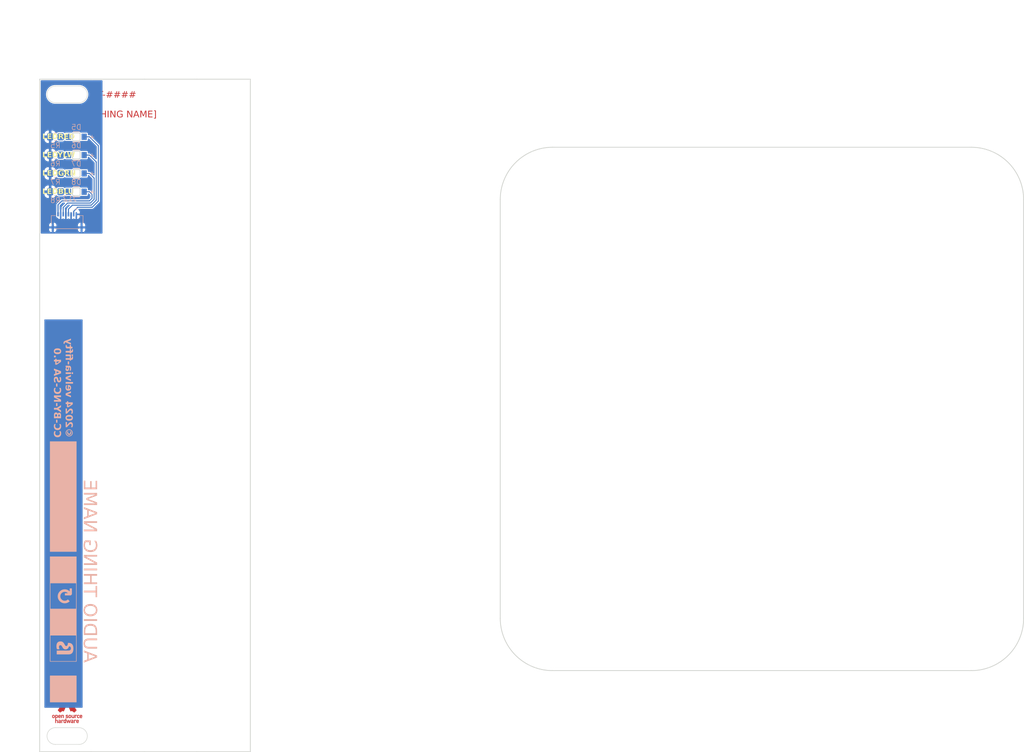
<source format=kicad_pcb>
(kicad_pcb (version 20240108) (generator "pcbnew") (generator_version "8.0")
  (layers (0 "F.Cu" signal) (1 "In1.Cu" signal) (2 "In2.Cu" signal) (31 "B.Cu" signal) (34 "B.Paste" user) (35 "F.Paste" user) (36 "B.SilkS" user "B.Silkscreen") (37 "F.SilkS" user "F.Silkscreen") (38 "B.Mask" user) (39 "F.Mask" user) (44 "Edge.Cuts" user))
  (net 0 "")
  (net 1 "GND")
  (net 2 "LED RED")
  (net 3 "Net-(D5-K)")
  (net 4 "Net-(D6-K)")
  (net 5 "LED YLW")
  (net 6 "LED GRN")
  (net 7 "Net-(D7-K)")
  (net 8 "LED BLU")
  (net 9 "Net-(D8-K)")
  (footprint "Symbol:OSHW-Logo_5.7x6mm_Copper" (layer "F.Cu") (at 73.0125 161.05)
    (property "Reference" "#SYM2" (hide yes))
    (property "Value" "OSHW-Logo_5.7x6mm_Copper" (hide yes))
  )
  (footprint "AT-Footprints:at-logo-cu" (layer "F.Cu") (at 72.7625 46.05)
    (property "Reference" "#SYM1" (hide yes))
    (property "Value" "" (hide yes))
  )
  (footprint "AT-Footprints:WL-SMRD_1205" (layer "F.Cu") (at 74.7625 62.55)
    (property "Reference" "D8")
    (property "Value" "LED (Blue)")
    (fp_line (start -0.75 0.5) (end -0.75 -0.5) (stroke (width 0.15)) (layer "Edge.Cuts"))
    (fp_line (start -0.5 -0.75) (end 0.5 -0.75) (stroke (width 0.15)) (layer "Edge.Cuts"))
    (fp_line (start 0.5 0.75) (end -0.5 0.75) (stroke (width 0.15)) (layer "Edge.Cuts"))
    (fp_line (start 0.75 -0.5) (end 0.75 0.5) (stroke (width 0.15)) (layer "Edge.Cuts"))
    (fp_arc (start -0.75 -0.5) (mid -0.676777 -0.676777) (end -0.5 -0.75) (stroke (width 0.15)) (layer "Edge.Cuts"))
    (fp_arc (start -0.5 0.75) (mid -0.676777 0.676777) (end -0.75 0.5) (stroke (width 0.15)) (layer "Edge.Cuts"))
    (fp_arc (start 0.5 -0.75) (mid 0.676777 -0.676777) (end 0.75 -0.5) (stroke (width 0.15)) (layer "Edge.Cuts"))
    (fp_arc (start 0.75 0.5) (mid 0.676777 0.676777) (end 0.5 0.75) (stroke (width 0.15)) (layer "Edge.Cuts"))
  )
  (footprint "AT-Footprints:WL-SMRD_1205" (layer "F.Cu") (at 74.7625 59.05)
    (property "Reference" "D7")
    (property "Value" "LED (Green)")
    (fp_line (start -0.75 0.5) (end -0.75 -0.5) (stroke (width 0.15)) (layer "Edge.Cuts"))
    (fp_line (start -0.5 -0.75) (end 0.5 -0.75) (stroke (width 0.15)) (layer "Edge.Cuts"))
    (fp_line (start 0.5 0.75) (end -0.5 0.75) (stroke (width 0.15)) (layer "Edge.Cuts"))
    (fp_line (start 0.75 -0.5) (end 0.75 0.5) (stroke (width 0.15)) (layer "Edge.Cuts"))
    (fp_arc (start -0.75 -0.5) (mid -0.676777 -0.676777) (end -0.5 -0.75) (stroke (width 0.15)) (layer "Edge.Cuts"))
    (fp_arc (start -0.5 0.75) (mid -0.676777 0.676777) (end -0.75 0.5) (stroke (width 0.15)) (layer "Edge.Cuts"))
    (fp_arc (start 0.5 -0.75) (mid 0.676777 -0.676777) (end 0.75 -0.5) (stroke (width 0.15)) (layer "Edge.Cuts"))
    (fp_arc (start 0.75 0.5) (mid 0.676777 0.676777) (end 0.5 0.75) (stroke (width 0.15)) (layer "Edge.Cuts"))
  )
  (footprint "AT-Footprints:WL-SMRD_1205" (layer "F.Cu") (at 74.7625 55.55)
    (property "Reference" "D6")
    (property "Value" "LED (Yellow)")
    (fp_line (start -0.75 0.5) (end -0.75 -0.5) (stroke (width 0.15)) (layer "Edge.Cuts"))
    (fp_line (start -0.5 -0.75) (end 0.5 -0.75) (stroke (width 0.15)) (layer "Edge.Cuts"))
    (fp_line (start 0.5 0.75) (end -0.5 0.75) (stroke (width 0.15)) (layer "Edge.Cuts"))
    (fp_line (start 0.75 -0.5) (end 0.75 0.5) (stroke (width 0.15)) (layer "Edge.Cuts"))
    (fp_arc (start -0.75 -0.5) (mid -0.676777 -0.676777) (end -0.5 -0.75) (stroke (width 0.15)) (layer "Edge.Cuts"))
    (fp_arc (start -0.5 0.75) (mid -0.676777 0.676777) (end -0.75 0.5) (stroke (width 0.15)) (layer "Edge.Cuts"))
    (fp_arc (start 0.5 -0.75) (mid 0.676777 -0.676777) (end 0.75 -0.5) (stroke (width 0.15)) (layer "Edge.Cuts"))
    (fp_arc (start 0.75 0.5) (mid 0.676777 0.676777) (end 0.5 0.75) (stroke (width 0.15)) (layer "Edge.Cuts"))
  )
  (footprint "AT-Footprints:WL-SMRD_1205" (layer "F.Cu") (at 74.7625 52.05)
    (property "Reference" "D5")
    (property "Value" "LED (Red)")
    (fp_line (start -0.75 0.5) (end -0.75 -0.5) (stroke (width 0.15)) (layer "Edge.Cuts"))
    (fp_line (start -0.5 -0.75) (end 0.5 -0.75) (stroke (width 0.15)) (layer "Edge.Cuts"))
    (fp_line (start 0.5 0.75) (end -0.5 0.75) (stroke (width 0.15)) (layer "Edge.Cuts"))
    (fp_line (start 0.75 -0.5) (end 0.75 0.5) (stroke (width 0.15)) (layer "Edge.Cuts"))
    (fp_arc (start -0.75 -0.5) (mid -0.676777 -0.676777) (end -0.5 -0.75) (stroke (width 0.15)) (layer "Edge.Cuts"))
    (fp_arc (start -0.5 0.75) (mid -0.676777 0.676777) (end -0.75 0.5) (stroke (width 0.15)) (layer "Edge.Cuts"))
    (fp_arc (start 0.5 -0.75) (mid 0.676777 -0.676777) (end 0.75 -0.5) (stroke (width 0.15)) (layer "Edge.Cuts"))
    (fp_arc (start 0.75 0.5) (mid 0.676777 0.676777) (end 0.5 0.75) (stroke (width 0.15)) (layer "Edge.Cuts"))
  )
  (footprint "Resistor_SMD:R_0805_2012Metric_Pad1.20x1.40mm_HandSolder" (layer "B.Cu") (at 70.7625 52.05)
    (property "Reference" "R5")
    (property "Value" "150R")
  )
  (footprint "AT-Footprints:AMPHENOL_F33B-1A7Q1-E8C08" (layer "B.Cu") (at 73.0125 68.6125 180)
    (property "Reference" "J12")
    (property "Value" "FRONT PANEL MAGIC")
  )
  (footprint "Resistor_SMD:R_0805_2012Metric_Pad1.20x1.40mm_HandSolder" (layer "B.Cu") (at 70.7625 55.55)
    (property "Reference" "R6")
    (property "Value" "150R")
  )
  (footprint "Resistor_SMD:R_0805_2012Metric_Pad1.20x1.40mm_HandSolder" (layer "B.Cu") (at 70.7625 59.05)
    (property "Reference" "R7")
    (property "Value" "150R")
  )
  (footprint "Resistor_SMD:R_0805_2012Metric_Pad1.20x1.40mm_HandSolder" (layer "B.Cu") (at 70.7625 62.55)
    (property "Reference" "R8")
    (property "Value" "100R")
  )
  (gr_rect (start 68.7625 87.05) (end 75.8625 161.05) (stroke (width 0.2)) (fill solid) (layer "B.Cu"))
  (gr_rect (start 69.7625 137.292288) (end 74.7625 142.292288) (stroke (width 0.1)) (fill none) (layer "B.SilkS"))
  (gr_rect (start 69.7625 155.05) (end 74.7625 160.05) (stroke (width 0.1)) (fill solid) (layer "B.SilkS"))
  (gr_rect (start 69.7625 147.292288) (end 74.7625 152.292288) (stroke (width 0.1)) (fill none) (layer "B.SilkS"))
  (gr_rect (start 69.7625 110.292288) (end 74.7625 131.292288) (stroke (width 0.1)) (fill solid) (layer "B.SilkS"))
  (gr_rect (start 69.7625 132.292288) (end 74.7625 137.292288) (stroke (width 0.1)) (fill solid) (layer "B.SilkS"))
  (gr_rect (start 69.7625 142.292288) (end 74.7625 147.292288) (stroke (width 0.1)) (fill solid) (layer "B.SilkS"))
  (gr_line (start 67.7625 41.05) (end 75.2625 41.05) (stroke (width 0.15)) (layer "Edge.Cuts"))
  (gr_line (start 108.0125 169.55) (end 108.0125 41.05) (stroke (width 0.15)) (layer "Edge.Cuts"))
  (gr_arc (start 155.7625 64.05) (mid 158.691432 56.978932) (end 165.7625 54.05) (stroke (width 0.15)) (layer "Edge.Cuts"))
  (gr_line (start 97.7625 169.55) (end 108.0125 169.55) (stroke (width 0.15)) (layer "Edge.Cuts"))
  (gr_line (start 97.7625 41.05) (end 108.0125 41.05) (stroke (width 0.15)) (layer "Edge.Cuts"))
  (gr_arc (start 75.2625 42.35) (mid 76.8625 43.95) (end 75.2625 45.55) (stroke (width 0.1)) (layer "Edge.Cuts"))
  (gr_arc (start 165.7625 154.05) (mid 158.691432 151.121068) (end 155.7625 144.05) (stroke (width 0.15)) (layer "Edge.Cuts"))
  (gr_line (start 77.5625 41.05) (end 87.7625 41.05) (stroke (width 0.15)) (layer "Edge.Cuts"))
  (gr_line (start 70.7625 164.95) (end 75.2625 164.95) (stroke (width 0.1)) (layer "Edge.Cuts"))
  (gr_line (start 75.2625 168.15) (end 70.7625 168.15) (stroke (width 0.1)) (layer "Edge.Cuts"))
  (gr_line (start 155.7625 64.05) (end 155.7625 144.05) (stroke (width 0.15)) (layer "Edge.Cuts"))
  (gr_line (start 77.5625 41.05) (end 75.2625 41.05) (stroke (width 0.15)) (layer "Edge.Cuts"))
  (gr_line (start 87.7625 41.05) (end 97.7625 41.05) (stroke (width 0.15)) (layer "Edge.Cuts"))
  (gr_line (start 77.5625 169.55) (end 87.7625 169.55) (stroke (width 0.15)) (layer "Edge.Cuts"))
  (gr_line (start 75.2625 42.35) (end 70.7625 42.35) (stroke (width 0.1)) (layer "Edge.Cuts"))
  (gr_arc (start 70.7625 168.15) (mid 69.1625 166.55) (end 70.7625 164.95) (stroke (width 0.1)) (layer "Edge.Cuts"))
  (gr_arc (start 245.7625 54.05) (mid 252.833568 56.978932) (end 255.7625 64.05) (stroke (width 0.15)) (layer "Edge.Cuts"))
  (gr_line (start 67.7625 169.55) (end 75.2625 169.55) (stroke (width 0.15)) (layer "Edge.Cuts"))
  (gr_line (start 67.7625 169.55) (end 67.7625 41.05) (stroke (width 0.15)) (layer "Edge.Cuts"))
  (gr_line (start 255.7625 144.05) (end 255.7625 64.05) (stroke (width 0.15)) (layer "Edge.Cuts"))
  (gr_arc (start 75.2625 164.95) (mid 76.8625 166.55) (end 75.2625 168.15) (stroke (width 0.1)) (layer "Edge.Cuts"))
  (gr_arc (start 70.7625 45.55) (mid 69.1625 43.95) (end 70.7625 42.35) (stroke (width 0.1)) (layer "Edge.Cuts"))
  (gr_line (start 165.7625 154.05) (end 245.7625 154.05) (stroke (width 0.15)) (layer "Edge.Cuts"))
  (gr_arc (start 255.7625 144.05) (mid 252.833568 151.121068) (end 245.7625 154.05) (stroke (width 0.15)) (layer "Edge.Cuts"))
  (gr_line (start 77.5625 169.55) (end 75.2625 169.55) (stroke (width 0.15)) (layer "Edge.Cuts"))
  (gr_line (start 87.7625 169.55) (end 97.7625 169.55) (stroke (width 0.15)) (layer "Edge.Cuts"))
  (gr_line (start 70.7625 45.55) (end 75.2625 45.55) (stroke (width 0.1)) (layer "Edge.Cuts"))
  (gr_line (start 245.7625 54.05) (end 165.7625 54.05) (stroke (width 0.15)) (layer "Edge.Cuts"))
  (gr_text "[THING NAME]" (at 77.5125 48.55 0) (layer "F.Cu") (effects (font (size 1.25 1.25)) (justify left bottom)))
  (gr_text "AT-####" (at 77.7625 44.8 0) (layer "F.Cu") (effects (font (size 1.25 1.25)) (justify left bottom)))
  (gr_text "©2024 velvia-fifty\nCC-BY-NC-SA 4.0" (at 70.2625 109.55 270) (layer "B.SilkS") (effects (font (size 1.33 1.33) (thickness 0.25) (bold yes)) (justify left bottom mirror)))
  (gr_text "AUDIO THING NAME" (at 75.7625 152.55 270) (layer "B.SilkS") (effects (font (size 2.5 2.5) (thickness 0.1)) (justify left bottom mirror)))
  (gr_text "↺" (at 72.2625 139.792288 -90) (layer "B.SilkS") (effects (font (size 3 3) (thickness 0.3) (bold yes)) (justify mirror)))
  (gr_text "ß" (at 72.2625 149.792288 -90) (layer "B.SilkS") (effects (font (size 3 3) (thickness 0.3) (bold yes)) (justify mirror)))
  (gr_text "LEDRED" (at 68.2625 52.05 0) (layer "F.SilkS") (effects (font (size 1 1) (thickness 0.25) (bold yes)) (justify left)))
  (gr_text "LEDBLU" (at 68.2625 62.55 0) (layer "F.SilkS") (effects (font (size 1 1) (thickness 0.25) (bold yes)) (justify left)))
  (gr_text "LEDGRN" (at 68.2625 59.05 0) (layer "F.SilkS") (effects (font (size 1 1) (thickness 0.25) (bold yes)) (justify left)))
  (gr_text "LEDYLW" (at 68.2625 55.55 0) (layer "F.SilkS") (effects (font (size 1 1) (thickness 0.25) (bold yes)) (justify left)))
  (segment (start 77.7902 65.5223) (end 78.9721 64.3404) (width 0.2032) (layer "B.Cu") (net 2))
  (segment (start 78.9721 53.7596) (end 77.2625 52.05) (width 0.2032) (layer "B.Cu") (net 2))
  (segment (start 77.2625 52.05) (end 76.2625 52.05) (width 0.2032) (layer "B.Cu") (net 2))
  (segment (start 74.2625 66.8625) (end 74.2625 66.28615) (width 0.2032) (layer "B.Cu") (net 2))
  (segment (start 78.9721 64.3404) (end 78.9721 53.7596) (width 0.2032) (layer "B.Cu") (net 2))
  (segment (start 75.02635 65.5223) (end 77.7902 65.5223) (width 0.2032) (layer "B.Cu") (net 2))
  (segment (start 74.2625 66.28615) (end 75.02635 65.5223) (width 0.2032) (layer "B.Cu") (net 2))
  (segment (start 73.2625 52.05) (end 71.7625 52.05) (width 0.6096) (layer "B.Cu") (net 3))
  (segment (start 73.2625 55.55) (end 71.7625 55.55) (width 0.6096) (layer "B.Cu") (net 4))
  (segment (start 76.2625 55.55) (end 77.2625 55.55) (width 0.2032) (layer "B.Cu") (net 5))
  (segment (start 74.0125 65.1191) (end 73.2625 65.8691) (width 0.2032) (layer "B.Cu") (net 5))
  (segment (start 78.5689 64.151982) (end 77.601782 65.1191) (width 0.2032) (layer "B.Cu") (net 5))
  (segment (start 78.5689 56.8564) (end 78.5689 64.151982) (width 0.2032) (layer "B.Cu") (net 5))
  (segment (start 73.2625 65.8691) (end 73.2625 66.8625) (width 0.2032) (layer "B.Cu") (net 5))
  (segment (start 77.2625 55.55) (end 78.5689 56.8564) (width 0.2032) (layer "B.Cu") (net 5))
  (segment (start 77.601782 65.1191) (end 74.0125 65.1191) (width 0.2032) (layer "B.Cu") (net 5))
  (segment (start 76.2625 59.05) (end 77.2625 59.05) (width 0.2032) (layer "B.Cu") (net 6))
  (segment (start 78.1657 63.984971) (end 77.434771 64.7159) (width 0.2032) (layer "B.Cu") (net 6))
  (segment (start 78.1657 59.9532) (end 78.1657 63.984971) (width 0.2032) (layer "B.Cu") (net 6))
  (segment (start 72.2625 65.55) (end 72.2625 66.8625) (width 0.2032) (layer "B.Cu") (net 6))
  (segment (start 77.2625 59.05) (end 78.1657 59.9532) (width 0.2032) (layer "B.Cu") (net 6))
  (segment (start 73.0966 64.7159) (end 72.2625 65.55) (width 0.2032) (layer "B.Cu") (net 6))
  (segment (start 77.434771 64.7159) (end 73.0966 64.7159) (width 0.2032) (layer "B.Cu") (net 6))
  (segment (start 73.2625 59.05) (end 71.7625 59.05) (width 0.6096) (layer "B.Cu") (net 7))
  (segment (start 77.2625 64.3) (end 72.0125 64.3) (width 0.2286) (layer "B.Cu") (net 8))
  (segment (start 72.0125 64.3) (end 71.2625 65.05) (width 0.2286) (layer "B.Cu") (net 8))
  (segment (start 77.7625 63.8) (end 77.2625 64.3) (width 0.2032) (layer "B.Cu") (net 8))
  (segment (start 76.2625 62.55) (end 77.2625 62.55) (width 0.2032) (layer "B.Cu") (net 8))
  (segment (start 77.2625 62.55) (end 77.7625 63.05) (width 0.2032) (layer "B.Cu") (net 8))
  (segment (start 77.7625 63.05) (end 77.7625 63.8) (width 0.2032) (layer "B.Cu") (net 8))
  (segment (start 71.2625 65.05) (end 71.2625 66.8625) (width 0.2286) (layer "B.Cu") (net 8))
  (segment (start 73.2625 62.55) (end 71.7625 62.55) (width 0.6096) (layer "B.Cu") (net 9))
  (zone (net 1) (net_name "GND") (layer "B.Cu") (priority 2) (connect_pads (clearance 0)) (min_thickness 0.25) (fill yes (thermal_gap 0.5) (thermal_bridge_width 0.5))
    (polygon (pts (xy 79.7625 70.55) (xy 66.7625 70.55) (xy 66.7625 40.3) (xy 79.7625 40.3)))
  )
)
</source>
